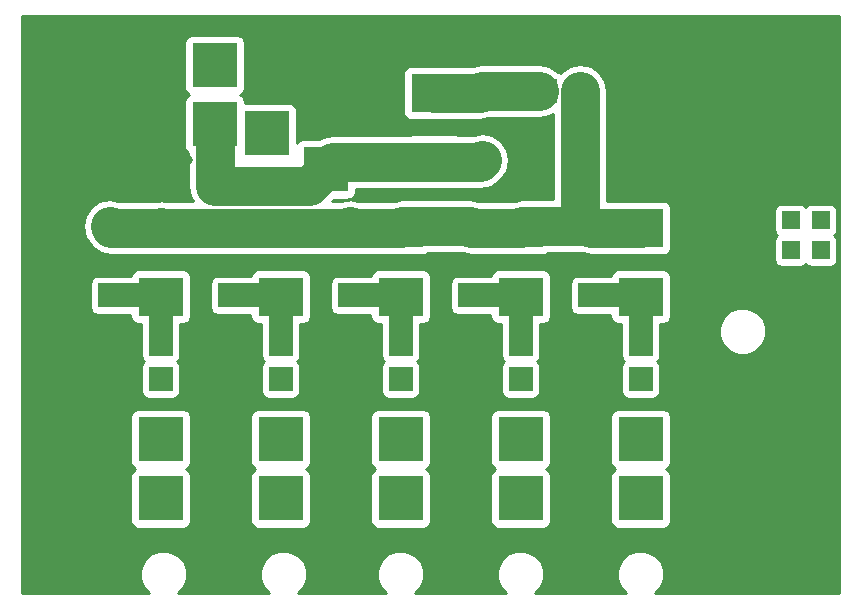
<source format=gbr>
G04 #@! TF.GenerationSoftware,KiCad,Pcbnew,(2017-02-05 revision 431abcf)-makepkg*
G04 #@! TF.CreationDate,2017-12-01T10:04:17+01:00*
G04 #@! TF.ProjectId,UNIPOWER08A,554E49504F5745523038412E6B696361,REV*
G04 #@! TF.FileFunction,Copper,L1,Top,Signal*
G04 #@! TF.FilePolarity,Positive*
%FSLAX46Y46*%
G04 Gerber Fmt 4.6, Leading zero omitted, Abs format (unit mm)*
G04 Created by KiCad (PCBNEW (2017-02-05 revision 431abcf)-makepkg) date 12/01/17 10:04:17*
%MOMM*%
%LPD*%
G01*
G04 APERTURE LIST*
%ADD10C,0.300000*%
%ADD11R,3.810000X3.330000*%
%ADD12C,6.000000*%
%ADD13R,3.810000X3.810000*%
%ADD14R,2.000000X2.000000*%
%ADD15R,1.524000X1.524000*%
%ADD16C,0.800000*%
%ADD17C,0.250000*%
%ADD18C,3.302000*%
%ADD19C,2.032000*%
%ADD20C,0.254000*%
G04 APERTURE END LIST*
D10*
D11*
X150114000Y-85714000D03*
X150114000Y-79894000D03*
X127000000Y-97144000D03*
X127000000Y-91324000D03*
X137160000Y-97144000D03*
X137160000Y-91324000D03*
X147320000Y-91324000D03*
X147320000Y-97144000D03*
X157480000Y-91324000D03*
X157480000Y-97144000D03*
D12*
X119380000Y-77470000D03*
X180340000Y-118110000D03*
X119380000Y-118110000D03*
X180340000Y-77470000D03*
D13*
X131572000Y-82550000D03*
X131572000Y-77550000D03*
X162560000Y-114220000D03*
X162560000Y-109220000D03*
X127000000Y-109220000D03*
X127000000Y-114220000D03*
X137160000Y-114220000D03*
X137160000Y-109220000D03*
X147320000Y-109220000D03*
X147320000Y-114220000D03*
X157480000Y-109220000D03*
X157480000Y-114220000D03*
X167640000Y-114220000D03*
X167640000Y-109220000D03*
X152400000Y-114220000D03*
X152400000Y-109220000D03*
X126492000Y-82550000D03*
X126492000Y-77550000D03*
X132080000Y-109220000D03*
X132080000Y-114220000D03*
X142240000Y-114220000D03*
X142240000Y-109220000D03*
X172720000Y-114220000D03*
X172720000Y-109220000D03*
X140970000Y-80160000D03*
X140970000Y-86360000D03*
X135970000Y-83260000D03*
D11*
X167640000Y-97144000D03*
X167640000Y-91324000D03*
D14*
X154178000Y-85598000D03*
X154178000Y-79756000D03*
X153162000Y-91186000D03*
X143002000Y-91186000D03*
X163322000Y-91186000D03*
X132842000Y-91186000D03*
X122682000Y-91186000D03*
X122682000Y-97028000D03*
X132842000Y-97028000D03*
X143002000Y-97028000D03*
X153162000Y-97028000D03*
X163322000Y-97028000D03*
X162536000Y-79756000D03*
X159536000Y-79756000D03*
X127000000Y-104116000D03*
X127000000Y-101116000D03*
X137160000Y-101116000D03*
X137160000Y-104116000D03*
X147320000Y-104116000D03*
X147320000Y-101116000D03*
X157480000Y-101116000D03*
X157480000Y-104116000D03*
X167640000Y-101116000D03*
X167640000Y-104116000D03*
D15*
X180340000Y-88138000D03*
X182880000Y-88138000D03*
X180340000Y-90678000D03*
X182880000Y-90678000D03*
X180340000Y-93218000D03*
X182880000Y-93218000D03*
X180340000Y-95758000D03*
X182880000Y-95758000D03*
D16*
X179070000Y-86360000D03*
X182880000Y-86360000D03*
X181610000Y-86360000D03*
X180340000Y-86360000D03*
X182880000Y-97536000D03*
X181610000Y-97536000D03*
X180340000Y-97536000D03*
X170942000Y-105156000D03*
X172212000Y-105156000D03*
X173482000Y-105156000D03*
X173482000Y-106172000D03*
X172212000Y-106172000D03*
X170942000Y-106172000D03*
X165100000Y-101854000D03*
X163830000Y-101854000D03*
X161544000Y-101854000D03*
X160274000Y-101854000D03*
X162560000Y-104140000D03*
X162560000Y-105410000D03*
X164338000Y-106426000D03*
X163068000Y-106426000D03*
X161798000Y-106172000D03*
X160528000Y-106172000D03*
X155194000Y-101854000D03*
X153924000Y-101854000D03*
X150876000Y-101854000D03*
X149606000Y-101854000D03*
X152400000Y-103886000D03*
X152400000Y-104902000D03*
X155194000Y-106426000D03*
X154178000Y-106426000D03*
X152654000Y-106172000D03*
X151507000Y-106172000D03*
X150368000Y-106172000D03*
X131318000Y-100838000D03*
X133096000Y-100838000D03*
X133350000Y-101854000D03*
X145034000Y-101854000D03*
X143764000Y-101854000D03*
X139700000Y-101854000D03*
X140970000Y-101854000D03*
X142240000Y-104140000D03*
X142240000Y-105156000D03*
X145034000Y-106426000D03*
X143764000Y-106426000D03*
X142494000Y-106172000D03*
X141347000Y-106172000D03*
X140208000Y-106172000D03*
X129286000Y-101854000D03*
X130556000Y-101854000D03*
X132080000Y-104140000D03*
X132080000Y-105156000D03*
X133858000Y-106426000D03*
X132588000Y-106426000D03*
X131441000Y-106426000D03*
X139446000Y-82804000D03*
X140970000Y-82804000D03*
X142748000Y-82804000D03*
X144272000Y-82296000D03*
X144272000Y-81026000D03*
X144272000Y-79756000D03*
X144272000Y-78486000D03*
X144272000Y-77216000D03*
X143002000Y-77216000D03*
X141732000Y-77216000D03*
X140462000Y-77216000D03*
X139192000Y-77216000D03*
X137922000Y-77216000D03*
X137922000Y-78740000D03*
X137922000Y-80010000D03*
X130048000Y-106426000D03*
X129032000Y-88392000D03*
X123444000Y-87122000D03*
X123444000Y-88392000D03*
X124968000Y-88392000D03*
X124968000Y-87122000D03*
X129286000Y-85598000D03*
X128016000Y-85344000D03*
X126492000Y-85344000D03*
X124968000Y-85344000D03*
X123444000Y-85852000D03*
X123444000Y-84582000D03*
X123444000Y-83312000D03*
X123444000Y-81280000D03*
X123444000Y-80010000D03*
X123444000Y-78740000D03*
D17*
X180340000Y-86360000D02*
X179070000Y-86360000D01*
X180340000Y-86360000D02*
X181610000Y-86360000D01*
X181610000Y-97536000D02*
X182880000Y-97536000D01*
X180340000Y-95758000D02*
X180340000Y-97536000D01*
X173482000Y-105156000D02*
X172212000Y-105156000D01*
X172212000Y-106172000D02*
X173482000Y-106172000D01*
X172720000Y-109220000D02*
X172720000Y-107065000D01*
X172720000Y-107065000D02*
X171827000Y-106172000D01*
X171827000Y-106172000D02*
X170942000Y-106172000D01*
X161544000Y-101854000D02*
X163830000Y-101854000D01*
X162560000Y-104140000D02*
X160274000Y-101854000D01*
X164338000Y-106426000D02*
X163576000Y-106426000D01*
X163576000Y-106426000D02*
X162560000Y-105410000D01*
X161798000Y-106172000D02*
X162814000Y-106172000D01*
X162814000Y-106172000D02*
X163068000Y-106426000D01*
X162560000Y-109220000D02*
X162560000Y-107065000D01*
X162560000Y-107065000D02*
X161667000Y-106172000D01*
X161667000Y-106172000D02*
X160528000Y-106172000D01*
X150876000Y-101854000D02*
X153924000Y-101854000D01*
X152400000Y-103886000D02*
X151638000Y-103886000D01*
X151638000Y-103886000D02*
X149606000Y-101854000D01*
X152654000Y-106172000D02*
X152654000Y-105156000D01*
X152654000Y-105156000D02*
X152400000Y-104902000D01*
X152654000Y-106172000D02*
X153924000Y-106172000D01*
X153924000Y-106172000D02*
X154178000Y-106426000D01*
X150368000Y-106172000D02*
X151507000Y-106172000D01*
X131883685Y-100838000D02*
X131318000Y-100838000D01*
X132334000Y-100838000D02*
X131883685Y-100838000D01*
X133350000Y-101854000D02*
X132334000Y-100838000D01*
X131318000Y-101403685D02*
X131318000Y-100838000D01*
X131318000Y-102108000D02*
X131318000Y-101403685D01*
X133096000Y-100838000D02*
X131318000Y-100838000D01*
X132080000Y-102870000D02*
X131318000Y-102108000D01*
X139700000Y-101854000D02*
X143764000Y-101854000D01*
X142240000Y-104140000D02*
X142240000Y-103124000D01*
X142240000Y-103124000D02*
X140970000Y-101854000D01*
X142494000Y-106172000D02*
X142494000Y-105410000D01*
X142494000Y-105410000D02*
X142240000Y-105156000D01*
X142494000Y-106172000D02*
X143510000Y-106172000D01*
X143510000Y-106172000D02*
X143764000Y-106426000D01*
X140208000Y-106172000D02*
X141347000Y-106172000D01*
X130556000Y-101854000D02*
X129286000Y-101854000D01*
X132080000Y-105156000D02*
X132080000Y-104140000D01*
X131441000Y-106426000D02*
X132588000Y-106426000D01*
X140970000Y-82804000D02*
X139446000Y-82804000D01*
X144272000Y-82296000D02*
X143256000Y-82296000D01*
X143256000Y-82296000D02*
X142748000Y-82804000D01*
X144272000Y-79756000D02*
X144272000Y-81026000D01*
X144272000Y-77216000D02*
X144272000Y-78486000D01*
X141732000Y-77216000D02*
X143002000Y-77216000D01*
X139192000Y-77216000D02*
X140462000Y-77216000D01*
X137922000Y-78740000D02*
X137922000Y-77216000D01*
X140970000Y-80160000D02*
X138072000Y-80160000D01*
X138072000Y-80160000D02*
X137922000Y-80010000D01*
X129286000Y-85598000D02*
X129286000Y-88138000D01*
X129286000Y-88138000D02*
X129032000Y-88392000D01*
X124968000Y-88392000D02*
X123444000Y-88392000D01*
X123444000Y-85852000D02*
X123698000Y-85852000D01*
X123698000Y-85852000D02*
X124968000Y-87122000D01*
X126492000Y-85344000D02*
X128016000Y-85344000D01*
X123444000Y-85852000D02*
X124460000Y-85852000D01*
X124460000Y-85852000D02*
X124968000Y-85344000D01*
X123444000Y-83312000D02*
X123444000Y-84582000D01*
X123444000Y-80010000D02*
X123444000Y-81280000D01*
X126492000Y-77550000D02*
X124337000Y-77550000D01*
X124337000Y-77550000D02*
X123444000Y-78443000D01*
X123444000Y-78443000D02*
X123444000Y-78740000D01*
D18*
X150114000Y-85714000D02*
X154062000Y-85714000D01*
X154062000Y-85714000D02*
X154178000Y-85598000D01*
X131572000Y-82550000D02*
X131572000Y-87757000D01*
X131572000Y-87757000D02*
X131622999Y-87807999D01*
X131622999Y-87807999D02*
X139522001Y-87807999D01*
X139522001Y-87807999D02*
X140970000Y-86360000D01*
X150114000Y-85714000D02*
X141616000Y-85714000D01*
X141616000Y-85714000D02*
X140970000Y-86360000D01*
D19*
X150230000Y-85598000D02*
X150114000Y-85714000D01*
D18*
X132842000Y-91310009D02*
X132828009Y-91324000D01*
X132828009Y-91324000D02*
X127000000Y-91324000D01*
X137160000Y-91324000D02*
X135520000Y-91324000D01*
X135520000Y-91324000D02*
X135506009Y-91310009D01*
X135506009Y-91310009D02*
X132842000Y-91310009D01*
X147320000Y-91324000D02*
X143140000Y-91324000D01*
X143140000Y-91324000D02*
X143002000Y-91186000D01*
X137160000Y-91324000D02*
X142864000Y-91324000D01*
X142864000Y-91324000D02*
X143002000Y-91186000D01*
X162536000Y-79756000D02*
X162536000Y-90400000D01*
X162536000Y-90400000D02*
X163322000Y-91186000D01*
X127000000Y-91324000D02*
X122820000Y-91324000D01*
X122820000Y-91324000D02*
X122682000Y-91186000D01*
X127000000Y-91324000D02*
X127064990Y-91259010D01*
X153162000Y-91186000D02*
X147458000Y-91186000D01*
X147458000Y-91186000D02*
X147320000Y-91324000D01*
X157480000Y-91324000D02*
X153300000Y-91324000D01*
X153300000Y-91324000D02*
X153162000Y-91186000D01*
X163322000Y-91186000D02*
X157618000Y-91186000D01*
X157618000Y-91186000D02*
X157480000Y-91324000D01*
X167640000Y-91324000D02*
X163460000Y-91324000D01*
X163460000Y-91324000D02*
X163322000Y-91186000D01*
D19*
X127138000Y-91186000D02*
X127000000Y-91324000D01*
X137022000Y-91186000D02*
X137160000Y-91324000D01*
X137298000Y-91186000D02*
X137160000Y-91324000D01*
D18*
X154178000Y-79756000D02*
X158480000Y-79756000D01*
X158480000Y-79756000D02*
X159033990Y-79756000D01*
X150114000Y-79894000D02*
X154040000Y-79894000D01*
X154040000Y-79894000D02*
X154178000Y-79756000D01*
D19*
X150252000Y-79756000D02*
X150114000Y-79894000D01*
X127000000Y-97144000D02*
X127000000Y-101116000D01*
X122682000Y-97028000D02*
X126884000Y-97028000D01*
X126884000Y-97028000D02*
X127000000Y-97144000D01*
X137160000Y-101116000D02*
X137160000Y-97144000D01*
X132842000Y-97028000D02*
X137044000Y-97028000D01*
X137044000Y-97028000D02*
X137160000Y-97144000D01*
X147320000Y-97144000D02*
X147320000Y-101116000D01*
X143002000Y-97028000D02*
X147204000Y-97028000D01*
X147204000Y-97028000D02*
X147320000Y-97144000D01*
X157480000Y-97144000D02*
X157480000Y-101116000D01*
X153162000Y-97028000D02*
X157364000Y-97028000D01*
X157364000Y-97028000D02*
X157480000Y-97144000D01*
X167640000Y-97144000D02*
X167640000Y-101116000D01*
X163322000Y-97028000D02*
X167524000Y-97028000D01*
X167524000Y-97028000D02*
X167640000Y-97144000D01*
D20*
G36*
X184456000Y-122226000D02*
X168870913Y-122226000D01*
X169321819Y-121775880D01*
X169624654Y-121046573D01*
X169625343Y-120256891D01*
X169323782Y-119527057D01*
X168765880Y-118968181D01*
X168036573Y-118665346D01*
X167246891Y-118664657D01*
X166517057Y-118966218D01*
X165958181Y-119524120D01*
X165655346Y-120253427D01*
X165654657Y-121043109D01*
X165956218Y-121772943D01*
X166408485Y-122226000D01*
X158710913Y-122226000D01*
X159161819Y-121775880D01*
X159464654Y-121046573D01*
X159465343Y-120256891D01*
X159163782Y-119527057D01*
X158605880Y-118968181D01*
X157876573Y-118665346D01*
X157086891Y-118664657D01*
X156357057Y-118966218D01*
X155798181Y-119524120D01*
X155495346Y-120253427D01*
X155494657Y-121043109D01*
X155796218Y-121772943D01*
X156248485Y-122226000D01*
X148550913Y-122226000D01*
X149001819Y-121775880D01*
X149304654Y-121046573D01*
X149305343Y-120256891D01*
X149003782Y-119527057D01*
X148445880Y-118968181D01*
X147716573Y-118665346D01*
X146926891Y-118664657D01*
X146197057Y-118966218D01*
X145638181Y-119524120D01*
X145335346Y-120253427D01*
X145334657Y-121043109D01*
X145636218Y-121772943D01*
X146088485Y-122226000D01*
X138644913Y-122226000D01*
X139095819Y-121775880D01*
X139398654Y-121046573D01*
X139399343Y-120256891D01*
X139097782Y-119527057D01*
X138539880Y-118968181D01*
X137810573Y-118665346D01*
X137020891Y-118664657D01*
X136291057Y-118966218D01*
X135732181Y-119524120D01*
X135429346Y-120253427D01*
X135428657Y-121043109D01*
X135730218Y-121772943D01*
X136182485Y-122226000D01*
X128484913Y-122226000D01*
X128935819Y-121775880D01*
X129238654Y-121046573D01*
X129239343Y-120256891D01*
X128937782Y-119527057D01*
X128379880Y-118968181D01*
X127650573Y-118665346D01*
X126860891Y-118664657D01*
X126131057Y-118966218D01*
X125572181Y-119524120D01*
X125269346Y-120253427D01*
X125268657Y-121043109D01*
X125570218Y-121772943D01*
X126022485Y-122226000D01*
X115264000Y-122226000D01*
X115264000Y-107315000D01*
X124447560Y-107315000D01*
X124447560Y-111125000D01*
X124496843Y-111372765D01*
X124637191Y-111582809D01*
X124842510Y-111720000D01*
X124637191Y-111857191D01*
X124496843Y-112067235D01*
X124447560Y-112315000D01*
X124447560Y-116125000D01*
X124496843Y-116372765D01*
X124637191Y-116582809D01*
X124847235Y-116723157D01*
X125095000Y-116772440D01*
X128905000Y-116772440D01*
X129152765Y-116723157D01*
X129362809Y-116582809D01*
X129503157Y-116372765D01*
X129552440Y-116125000D01*
X129552440Y-112315000D01*
X129503157Y-112067235D01*
X129362809Y-111857191D01*
X129157490Y-111720000D01*
X129362809Y-111582809D01*
X129503157Y-111372765D01*
X129552440Y-111125000D01*
X129552440Y-107315000D01*
X134607560Y-107315000D01*
X134607560Y-111125000D01*
X134656843Y-111372765D01*
X134797191Y-111582809D01*
X135002510Y-111720000D01*
X134797191Y-111857191D01*
X134656843Y-112067235D01*
X134607560Y-112315000D01*
X134607560Y-116125000D01*
X134656843Y-116372765D01*
X134797191Y-116582809D01*
X135007235Y-116723157D01*
X135255000Y-116772440D01*
X139065000Y-116772440D01*
X139312765Y-116723157D01*
X139522809Y-116582809D01*
X139663157Y-116372765D01*
X139712440Y-116125000D01*
X139712440Y-112315000D01*
X139663157Y-112067235D01*
X139522809Y-111857191D01*
X139317490Y-111720000D01*
X139522809Y-111582809D01*
X139663157Y-111372765D01*
X139712440Y-111125000D01*
X139712440Y-107315000D01*
X144767560Y-107315000D01*
X144767560Y-111125000D01*
X144816843Y-111372765D01*
X144957191Y-111582809D01*
X145162510Y-111720000D01*
X144957191Y-111857191D01*
X144816843Y-112067235D01*
X144767560Y-112315000D01*
X144767560Y-116125000D01*
X144816843Y-116372765D01*
X144957191Y-116582809D01*
X145167235Y-116723157D01*
X145415000Y-116772440D01*
X149225000Y-116772440D01*
X149472765Y-116723157D01*
X149682809Y-116582809D01*
X149823157Y-116372765D01*
X149872440Y-116125000D01*
X149872440Y-112315000D01*
X149823157Y-112067235D01*
X149682809Y-111857191D01*
X149477490Y-111720000D01*
X149682809Y-111582809D01*
X149823157Y-111372765D01*
X149872440Y-111125000D01*
X149872440Y-107315000D01*
X154927560Y-107315000D01*
X154927560Y-111125000D01*
X154976843Y-111372765D01*
X155117191Y-111582809D01*
X155322510Y-111720000D01*
X155117191Y-111857191D01*
X154976843Y-112067235D01*
X154927560Y-112315000D01*
X154927560Y-116125000D01*
X154976843Y-116372765D01*
X155117191Y-116582809D01*
X155327235Y-116723157D01*
X155575000Y-116772440D01*
X159385000Y-116772440D01*
X159632765Y-116723157D01*
X159842809Y-116582809D01*
X159983157Y-116372765D01*
X160032440Y-116125000D01*
X160032440Y-112315000D01*
X159983157Y-112067235D01*
X159842809Y-111857191D01*
X159637490Y-111720000D01*
X159842809Y-111582809D01*
X159983157Y-111372765D01*
X160032440Y-111125000D01*
X160032440Y-107315000D01*
X165087560Y-107315000D01*
X165087560Y-111125000D01*
X165136843Y-111372765D01*
X165277191Y-111582809D01*
X165482510Y-111720000D01*
X165277191Y-111857191D01*
X165136843Y-112067235D01*
X165087560Y-112315000D01*
X165087560Y-116125000D01*
X165136843Y-116372765D01*
X165277191Y-116582809D01*
X165487235Y-116723157D01*
X165735000Y-116772440D01*
X169545000Y-116772440D01*
X169792765Y-116723157D01*
X170002809Y-116582809D01*
X170143157Y-116372765D01*
X170192440Y-116125000D01*
X170192440Y-112315000D01*
X170143157Y-112067235D01*
X170002809Y-111857191D01*
X169797490Y-111720000D01*
X170002809Y-111582809D01*
X170143157Y-111372765D01*
X170192440Y-111125000D01*
X170192440Y-107315000D01*
X170143157Y-107067235D01*
X170002809Y-106857191D01*
X169792765Y-106716843D01*
X169545000Y-106667560D01*
X165735000Y-106667560D01*
X165487235Y-106716843D01*
X165277191Y-106857191D01*
X165136843Y-107067235D01*
X165087560Y-107315000D01*
X160032440Y-107315000D01*
X159983157Y-107067235D01*
X159842809Y-106857191D01*
X159632765Y-106716843D01*
X159385000Y-106667560D01*
X155575000Y-106667560D01*
X155327235Y-106716843D01*
X155117191Y-106857191D01*
X154976843Y-107067235D01*
X154927560Y-107315000D01*
X149872440Y-107315000D01*
X149823157Y-107067235D01*
X149682809Y-106857191D01*
X149472765Y-106716843D01*
X149225000Y-106667560D01*
X145415000Y-106667560D01*
X145167235Y-106716843D01*
X144957191Y-106857191D01*
X144816843Y-107067235D01*
X144767560Y-107315000D01*
X139712440Y-107315000D01*
X139663157Y-107067235D01*
X139522809Y-106857191D01*
X139312765Y-106716843D01*
X139065000Y-106667560D01*
X135255000Y-106667560D01*
X135007235Y-106716843D01*
X134797191Y-106857191D01*
X134656843Y-107067235D01*
X134607560Y-107315000D01*
X129552440Y-107315000D01*
X129503157Y-107067235D01*
X129362809Y-106857191D01*
X129152765Y-106716843D01*
X128905000Y-106667560D01*
X125095000Y-106667560D01*
X124847235Y-106716843D01*
X124637191Y-106857191D01*
X124496843Y-107067235D01*
X124447560Y-107315000D01*
X115264000Y-107315000D01*
X115264000Y-97028000D01*
X121031000Y-97028000D01*
X121034560Y-97045897D01*
X121034560Y-98028000D01*
X121083843Y-98275765D01*
X121224191Y-98485809D01*
X121434235Y-98626157D01*
X121682000Y-98675440D01*
X122664103Y-98675440D01*
X122682000Y-98679000D01*
X124447560Y-98679000D01*
X124447560Y-98809000D01*
X124496843Y-99056765D01*
X124637191Y-99266809D01*
X124847235Y-99407157D01*
X125095000Y-99456440D01*
X125349000Y-99456440D01*
X125349000Y-101116000D01*
X125352560Y-101133897D01*
X125352560Y-102116000D01*
X125401843Y-102363765D01*
X125542191Y-102573809D01*
X125605334Y-102616000D01*
X125542191Y-102658191D01*
X125401843Y-102868235D01*
X125352560Y-103116000D01*
X125352560Y-105116000D01*
X125401843Y-105363765D01*
X125542191Y-105573809D01*
X125752235Y-105714157D01*
X126000000Y-105763440D01*
X128000000Y-105763440D01*
X128247765Y-105714157D01*
X128457809Y-105573809D01*
X128598157Y-105363765D01*
X128647440Y-105116000D01*
X128647440Y-103116000D01*
X128598157Y-102868235D01*
X128457809Y-102658191D01*
X128394666Y-102616000D01*
X128457809Y-102573809D01*
X128598157Y-102363765D01*
X128647440Y-102116000D01*
X128647440Y-101133897D01*
X128651000Y-101116000D01*
X128651000Y-99456440D01*
X128905000Y-99456440D01*
X129152765Y-99407157D01*
X129362809Y-99266809D01*
X129503157Y-99056765D01*
X129552440Y-98809000D01*
X129552440Y-97028000D01*
X131191000Y-97028000D01*
X131194560Y-97045897D01*
X131194560Y-98028000D01*
X131243843Y-98275765D01*
X131384191Y-98485809D01*
X131594235Y-98626157D01*
X131842000Y-98675440D01*
X132824103Y-98675440D01*
X132842000Y-98679000D01*
X134607560Y-98679000D01*
X134607560Y-98809000D01*
X134656843Y-99056765D01*
X134797191Y-99266809D01*
X135007235Y-99407157D01*
X135255000Y-99456440D01*
X135509000Y-99456440D01*
X135509000Y-101116000D01*
X135512560Y-101133897D01*
X135512560Y-102116000D01*
X135561843Y-102363765D01*
X135702191Y-102573809D01*
X135765334Y-102616000D01*
X135702191Y-102658191D01*
X135561843Y-102868235D01*
X135512560Y-103116000D01*
X135512560Y-105116000D01*
X135561843Y-105363765D01*
X135702191Y-105573809D01*
X135912235Y-105714157D01*
X136160000Y-105763440D01*
X138160000Y-105763440D01*
X138407765Y-105714157D01*
X138617809Y-105573809D01*
X138758157Y-105363765D01*
X138807440Y-105116000D01*
X138807440Y-103116000D01*
X138758157Y-102868235D01*
X138617809Y-102658191D01*
X138554666Y-102616000D01*
X138617809Y-102573809D01*
X138758157Y-102363765D01*
X138807440Y-102116000D01*
X138807440Y-101133897D01*
X138811000Y-101116000D01*
X138811000Y-99456440D01*
X139065000Y-99456440D01*
X139312765Y-99407157D01*
X139522809Y-99266809D01*
X139663157Y-99056765D01*
X139712440Y-98809000D01*
X139712440Y-97028000D01*
X141351000Y-97028000D01*
X141354560Y-97045897D01*
X141354560Y-98028000D01*
X141403843Y-98275765D01*
X141544191Y-98485809D01*
X141754235Y-98626157D01*
X142002000Y-98675440D01*
X142984103Y-98675440D01*
X143002000Y-98679000D01*
X144767560Y-98679000D01*
X144767560Y-98809000D01*
X144816843Y-99056765D01*
X144957191Y-99266809D01*
X145167235Y-99407157D01*
X145415000Y-99456440D01*
X145669000Y-99456440D01*
X145669000Y-101116000D01*
X145672560Y-101133897D01*
X145672560Y-102116000D01*
X145721843Y-102363765D01*
X145862191Y-102573809D01*
X145925334Y-102616000D01*
X145862191Y-102658191D01*
X145721843Y-102868235D01*
X145672560Y-103116000D01*
X145672560Y-105116000D01*
X145721843Y-105363765D01*
X145862191Y-105573809D01*
X146072235Y-105714157D01*
X146320000Y-105763440D01*
X148320000Y-105763440D01*
X148567765Y-105714157D01*
X148777809Y-105573809D01*
X148918157Y-105363765D01*
X148967440Y-105116000D01*
X148967440Y-103116000D01*
X148918157Y-102868235D01*
X148777809Y-102658191D01*
X148714666Y-102616000D01*
X148777809Y-102573809D01*
X148918157Y-102363765D01*
X148967440Y-102116000D01*
X148967440Y-101133897D01*
X148971000Y-101116000D01*
X148971000Y-99456440D01*
X149225000Y-99456440D01*
X149472765Y-99407157D01*
X149682809Y-99266809D01*
X149823157Y-99056765D01*
X149872440Y-98809000D01*
X149872440Y-97028000D01*
X151511000Y-97028000D01*
X151514560Y-97045897D01*
X151514560Y-98028000D01*
X151563843Y-98275765D01*
X151704191Y-98485809D01*
X151914235Y-98626157D01*
X152162000Y-98675440D01*
X153144103Y-98675440D01*
X153162000Y-98679000D01*
X154927560Y-98679000D01*
X154927560Y-98809000D01*
X154976843Y-99056765D01*
X155117191Y-99266809D01*
X155327235Y-99407157D01*
X155575000Y-99456440D01*
X155829000Y-99456440D01*
X155829000Y-101116000D01*
X155832560Y-101133897D01*
X155832560Y-102116000D01*
X155881843Y-102363765D01*
X156022191Y-102573809D01*
X156085334Y-102616000D01*
X156022191Y-102658191D01*
X155881843Y-102868235D01*
X155832560Y-103116000D01*
X155832560Y-105116000D01*
X155881843Y-105363765D01*
X156022191Y-105573809D01*
X156232235Y-105714157D01*
X156480000Y-105763440D01*
X158480000Y-105763440D01*
X158727765Y-105714157D01*
X158937809Y-105573809D01*
X159078157Y-105363765D01*
X159127440Y-105116000D01*
X159127440Y-103116000D01*
X159078157Y-102868235D01*
X158937809Y-102658191D01*
X158874666Y-102616000D01*
X158937809Y-102573809D01*
X159078157Y-102363765D01*
X159127440Y-102116000D01*
X159127440Y-101133897D01*
X159131000Y-101116000D01*
X159131000Y-99456440D01*
X159385000Y-99456440D01*
X159632765Y-99407157D01*
X159842809Y-99266809D01*
X159983157Y-99056765D01*
X160032440Y-98809000D01*
X160032440Y-97028000D01*
X161671000Y-97028000D01*
X161674560Y-97045897D01*
X161674560Y-98028000D01*
X161723843Y-98275765D01*
X161864191Y-98485809D01*
X162074235Y-98626157D01*
X162322000Y-98675440D01*
X163304103Y-98675440D01*
X163322000Y-98679000D01*
X165087560Y-98679000D01*
X165087560Y-98809000D01*
X165136843Y-99056765D01*
X165277191Y-99266809D01*
X165487235Y-99407157D01*
X165735000Y-99456440D01*
X165989000Y-99456440D01*
X165989000Y-101116000D01*
X165992560Y-101133897D01*
X165992560Y-102116000D01*
X166041843Y-102363765D01*
X166182191Y-102573809D01*
X166245334Y-102616000D01*
X166182191Y-102658191D01*
X166041843Y-102868235D01*
X165992560Y-103116000D01*
X165992560Y-105116000D01*
X166041843Y-105363765D01*
X166182191Y-105573809D01*
X166392235Y-105714157D01*
X166640000Y-105763440D01*
X168640000Y-105763440D01*
X168887765Y-105714157D01*
X169097809Y-105573809D01*
X169238157Y-105363765D01*
X169287440Y-105116000D01*
X169287440Y-103116000D01*
X169238157Y-102868235D01*
X169097809Y-102658191D01*
X169034666Y-102616000D01*
X169097809Y-102573809D01*
X169238157Y-102363765D01*
X169287440Y-102116000D01*
X169287440Y-101133897D01*
X169291000Y-101116000D01*
X169291000Y-100469109D01*
X174290657Y-100469109D01*
X174592218Y-101198943D01*
X175150120Y-101757819D01*
X175879427Y-102060654D01*
X176669109Y-102061343D01*
X177398943Y-101759782D01*
X177957819Y-101201880D01*
X178260654Y-100472573D01*
X178261343Y-99682891D01*
X177959782Y-98953057D01*
X177401880Y-98394181D01*
X176672573Y-98091346D01*
X175882891Y-98090657D01*
X175153057Y-98392218D01*
X174594181Y-98950120D01*
X174291346Y-99679427D01*
X174290657Y-100469109D01*
X169291000Y-100469109D01*
X169291000Y-99456440D01*
X169545000Y-99456440D01*
X169792765Y-99407157D01*
X170002809Y-99266809D01*
X170143157Y-99056765D01*
X170192440Y-98809000D01*
X170192440Y-95479000D01*
X170143157Y-95231235D01*
X170002809Y-95021191D01*
X169792765Y-94880843D01*
X169545000Y-94831560D01*
X165735000Y-94831560D01*
X165487235Y-94880843D01*
X165277191Y-95021191D01*
X165136843Y-95231235D01*
X165107849Y-95377000D01*
X163322000Y-95377000D01*
X163304103Y-95380560D01*
X162322000Y-95380560D01*
X162074235Y-95429843D01*
X161864191Y-95570191D01*
X161723843Y-95780235D01*
X161674560Y-96028000D01*
X161674560Y-97010103D01*
X161671000Y-97028000D01*
X160032440Y-97028000D01*
X160032440Y-95479000D01*
X159983157Y-95231235D01*
X159842809Y-95021191D01*
X159632765Y-94880843D01*
X159385000Y-94831560D01*
X155575000Y-94831560D01*
X155327235Y-94880843D01*
X155117191Y-95021191D01*
X154976843Y-95231235D01*
X154947849Y-95377000D01*
X153162000Y-95377000D01*
X153144103Y-95380560D01*
X152162000Y-95380560D01*
X151914235Y-95429843D01*
X151704191Y-95570191D01*
X151563843Y-95780235D01*
X151514560Y-96028000D01*
X151514560Y-97010103D01*
X151511000Y-97028000D01*
X149872440Y-97028000D01*
X149872440Y-95479000D01*
X149823157Y-95231235D01*
X149682809Y-95021191D01*
X149472765Y-94880843D01*
X149225000Y-94831560D01*
X145415000Y-94831560D01*
X145167235Y-94880843D01*
X144957191Y-95021191D01*
X144816843Y-95231235D01*
X144787849Y-95377000D01*
X143002000Y-95377000D01*
X142984103Y-95380560D01*
X142002000Y-95380560D01*
X141754235Y-95429843D01*
X141544191Y-95570191D01*
X141403843Y-95780235D01*
X141354560Y-96028000D01*
X141354560Y-97010103D01*
X141351000Y-97028000D01*
X139712440Y-97028000D01*
X139712440Y-95479000D01*
X139663157Y-95231235D01*
X139522809Y-95021191D01*
X139312765Y-94880843D01*
X139065000Y-94831560D01*
X135255000Y-94831560D01*
X135007235Y-94880843D01*
X134797191Y-95021191D01*
X134656843Y-95231235D01*
X134627849Y-95377000D01*
X132842000Y-95377000D01*
X132824103Y-95380560D01*
X131842000Y-95380560D01*
X131594235Y-95429843D01*
X131384191Y-95570191D01*
X131243843Y-95780235D01*
X131194560Y-96028000D01*
X131194560Y-97010103D01*
X131191000Y-97028000D01*
X129552440Y-97028000D01*
X129552440Y-95479000D01*
X129503157Y-95231235D01*
X129362809Y-95021191D01*
X129152765Y-94880843D01*
X128905000Y-94831560D01*
X125095000Y-94831560D01*
X124847235Y-94880843D01*
X124637191Y-95021191D01*
X124496843Y-95231235D01*
X124467849Y-95377000D01*
X122682000Y-95377000D01*
X122664103Y-95380560D01*
X121682000Y-95380560D01*
X121434235Y-95429843D01*
X121224191Y-95570191D01*
X121083843Y-95780235D01*
X121034560Y-96028000D01*
X121034560Y-97010103D01*
X121031000Y-97028000D01*
X115264000Y-97028000D01*
X115264000Y-91186000D01*
X120396000Y-91186000D01*
X120570011Y-92060815D01*
X121065554Y-92802446D01*
X121203554Y-92940446D01*
X121945186Y-93435989D01*
X122820000Y-93610000D01*
X124962076Y-93610000D01*
X125095000Y-93636440D01*
X128905000Y-93636440D01*
X129037924Y-93610000D01*
X132828009Y-93610000D01*
X132898347Y-93596009D01*
X135051737Y-93596009D01*
X135255000Y-93636440D01*
X139065000Y-93636440D01*
X139197924Y-93610000D01*
X142864000Y-93610000D01*
X143002000Y-93582550D01*
X143140000Y-93610000D01*
X145282076Y-93610000D01*
X145415000Y-93636440D01*
X149225000Y-93636440D01*
X149472765Y-93587157D01*
X149645108Y-93472000D01*
X152606226Y-93472000D01*
X153300000Y-93610000D01*
X155442076Y-93610000D01*
X155575000Y-93636440D01*
X159385000Y-93636440D01*
X159632765Y-93587157D01*
X159805108Y-93472000D01*
X162766226Y-93472000D01*
X163460000Y-93610000D01*
X165602076Y-93610000D01*
X165735000Y-93636440D01*
X169545000Y-93636440D01*
X169792765Y-93587157D01*
X170002809Y-93446809D01*
X170143157Y-93236765D01*
X170192440Y-92989000D01*
X170192440Y-89916000D01*
X178930560Y-89916000D01*
X178930560Y-91440000D01*
X178979843Y-91687765D01*
X179120191Y-91897809D01*
X179195307Y-91948000D01*
X179120191Y-91998191D01*
X178979843Y-92208235D01*
X178930560Y-92456000D01*
X178930560Y-93980000D01*
X178979843Y-94227765D01*
X179120191Y-94437809D01*
X179330235Y-94578157D01*
X179578000Y-94627440D01*
X181102000Y-94627440D01*
X181349765Y-94578157D01*
X181559809Y-94437809D01*
X181610000Y-94362693D01*
X181660191Y-94437809D01*
X181870235Y-94578157D01*
X182118000Y-94627440D01*
X183642000Y-94627440D01*
X183889765Y-94578157D01*
X184099809Y-94437809D01*
X184240157Y-94227765D01*
X184289440Y-93980000D01*
X184289440Y-92456000D01*
X184240157Y-92208235D01*
X184099809Y-91998191D01*
X184024693Y-91948000D01*
X184099809Y-91897809D01*
X184240157Y-91687765D01*
X184289440Y-91440000D01*
X184289440Y-89916000D01*
X184240157Y-89668235D01*
X184099809Y-89458191D01*
X183889765Y-89317843D01*
X183642000Y-89268560D01*
X182118000Y-89268560D01*
X181870235Y-89317843D01*
X181660191Y-89458191D01*
X181610000Y-89533307D01*
X181559809Y-89458191D01*
X181349765Y-89317843D01*
X181102000Y-89268560D01*
X179578000Y-89268560D01*
X179330235Y-89317843D01*
X179120191Y-89458191D01*
X178979843Y-89668235D01*
X178930560Y-89916000D01*
X170192440Y-89916000D01*
X170192440Y-89659000D01*
X170143157Y-89411235D01*
X170002809Y-89201191D01*
X169792765Y-89060843D01*
X169545000Y-89011560D01*
X165735000Y-89011560D01*
X165602076Y-89038000D01*
X164822000Y-89038000D01*
X164822000Y-79756000D01*
X164647989Y-78881186D01*
X164152446Y-78139554D01*
X163410814Y-77644011D01*
X162536000Y-77470000D01*
X161661186Y-77644011D01*
X160919554Y-78139554D01*
X160869193Y-78214925D01*
X160783765Y-78157843D01*
X160632895Y-78127833D01*
X159908804Y-77644011D01*
X159033990Y-77470000D01*
X154178000Y-77470000D01*
X153484226Y-77608000D01*
X152151924Y-77608000D01*
X152019000Y-77581560D01*
X148209000Y-77581560D01*
X147961235Y-77630843D01*
X147751191Y-77771191D01*
X147610843Y-77981235D01*
X147561560Y-78229000D01*
X147561560Y-81559000D01*
X147610843Y-81806765D01*
X147751191Y-82016809D01*
X147961235Y-82157157D01*
X148209000Y-82206440D01*
X152019000Y-82206440D01*
X152151924Y-82180000D01*
X154040000Y-82180000D01*
X154733775Y-82042000D01*
X159033990Y-82042000D01*
X159908804Y-81867989D01*
X160250000Y-81640009D01*
X160250000Y-88900000D01*
X157618000Y-88900000D01*
X157057149Y-89011560D01*
X155575000Y-89011560D01*
X155442076Y-89038000D01*
X153855775Y-89038000D01*
X153162000Y-88900000D01*
X147458000Y-88900000D01*
X146897149Y-89011560D01*
X145415000Y-89011560D01*
X145282076Y-89038000D01*
X143695775Y-89038000D01*
X143002000Y-88900000D01*
X142308225Y-89038000D01*
X141524892Y-89038000D01*
X141650452Y-88912440D01*
X142875000Y-88912440D01*
X143122765Y-88863157D01*
X143332809Y-88722809D01*
X143473157Y-88512765D01*
X143522440Y-88265000D01*
X143522440Y-88000000D01*
X148076076Y-88000000D01*
X148209000Y-88026440D01*
X152019000Y-88026440D01*
X152151924Y-88000000D01*
X154062000Y-88000000D01*
X154936815Y-87825989D01*
X155678446Y-87330446D01*
X155794446Y-87214446D01*
X156289989Y-86472815D01*
X156464000Y-85598000D01*
X156289989Y-84723185D01*
X155794446Y-83981554D01*
X155052815Y-83486011D01*
X154178000Y-83312000D01*
X153594827Y-83428000D01*
X152151924Y-83428000D01*
X152019000Y-83401560D01*
X148209000Y-83401560D01*
X148076076Y-83428000D01*
X141616000Y-83428000D01*
X140741185Y-83602011D01*
X140433560Y-83807560D01*
X139065000Y-83807560D01*
X138817235Y-83856843D01*
X138607191Y-83997191D01*
X138522440Y-84124029D01*
X138522440Y-81355000D01*
X138473157Y-81107235D01*
X138332809Y-80897191D01*
X138122765Y-80756843D01*
X137875000Y-80707560D01*
X134124440Y-80707560D01*
X134124440Y-80645000D01*
X134075157Y-80397235D01*
X133934809Y-80187191D01*
X133729490Y-80050000D01*
X133934809Y-79912809D01*
X134075157Y-79702765D01*
X134124440Y-79455000D01*
X134124440Y-75645000D01*
X134075157Y-75397235D01*
X133934809Y-75187191D01*
X133724765Y-75046843D01*
X133477000Y-74997560D01*
X129667000Y-74997560D01*
X129419235Y-75046843D01*
X129209191Y-75187191D01*
X129068843Y-75397235D01*
X129019560Y-75645000D01*
X129019560Y-79455000D01*
X129068843Y-79702765D01*
X129209191Y-79912809D01*
X129414510Y-80050000D01*
X129209191Y-80187191D01*
X129068843Y-80397235D01*
X129019560Y-80645000D01*
X129019560Y-84455000D01*
X129068843Y-84702765D01*
X129209191Y-84912809D01*
X129286000Y-84964132D01*
X129286000Y-87757000D01*
X129460011Y-88631815D01*
X129731416Y-89038000D01*
X129037924Y-89038000D01*
X128905000Y-89011560D01*
X127258795Y-89011560D01*
X127064990Y-88973010D01*
X126871185Y-89011560D01*
X125095000Y-89011560D01*
X124962076Y-89038000D01*
X123375775Y-89038000D01*
X122682000Y-88900000D01*
X121807185Y-89074011D01*
X121065554Y-89569554D01*
X120570011Y-90311185D01*
X120396000Y-91186000D01*
X115264000Y-91186000D01*
X115264000Y-73354000D01*
X184456000Y-73354000D01*
X184456000Y-122226000D01*
X184456000Y-122226000D01*
G37*
X184456000Y-122226000D02*
X168870913Y-122226000D01*
X169321819Y-121775880D01*
X169624654Y-121046573D01*
X169625343Y-120256891D01*
X169323782Y-119527057D01*
X168765880Y-118968181D01*
X168036573Y-118665346D01*
X167246891Y-118664657D01*
X166517057Y-118966218D01*
X165958181Y-119524120D01*
X165655346Y-120253427D01*
X165654657Y-121043109D01*
X165956218Y-121772943D01*
X166408485Y-122226000D01*
X158710913Y-122226000D01*
X159161819Y-121775880D01*
X159464654Y-121046573D01*
X159465343Y-120256891D01*
X159163782Y-119527057D01*
X158605880Y-118968181D01*
X157876573Y-118665346D01*
X157086891Y-118664657D01*
X156357057Y-118966218D01*
X155798181Y-119524120D01*
X155495346Y-120253427D01*
X155494657Y-121043109D01*
X155796218Y-121772943D01*
X156248485Y-122226000D01*
X148550913Y-122226000D01*
X149001819Y-121775880D01*
X149304654Y-121046573D01*
X149305343Y-120256891D01*
X149003782Y-119527057D01*
X148445880Y-118968181D01*
X147716573Y-118665346D01*
X146926891Y-118664657D01*
X146197057Y-118966218D01*
X145638181Y-119524120D01*
X145335346Y-120253427D01*
X145334657Y-121043109D01*
X145636218Y-121772943D01*
X146088485Y-122226000D01*
X138644913Y-122226000D01*
X139095819Y-121775880D01*
X139398654Y-121046573D01*
X139399343Y-120256891D01*
X139097782Y-119527057D01*
X138539880Y-118968181D01*
X137810573Y-118665346D01*
X137020891Y-118664657D01*
X136291057Y-118966218D01*
X135732181Y-119524120D01*
X135429346Y-120253427D01*
X135428657Y-121043109D01*
X135730218Y-121772943D01*
X136182485Y-122226000D01*
X128484913Y-122226000D01*
X128935819Y-121775880D01*
X129238654Y-121046573D01*
X129239343Y-120256891D01*
X128937782Y-119527057D01*
X128379880Y-118968181D01*
X127650573Y-118665346D01*
X126860891Y-118664657D01*
X126131057Y-118966218D01*
X125572181Y-119524120D01*
X125269346Y-120253427D01*
X125268657Y-121043109D01*
X125570218Y-121772943D01*
X126022485Y-122226000D01*
X115264000Y-122226000D01*
X115264000Y-107315000D01*
X124447560Y-107315000D01*
X124447560Y-111125000D01*
X124496843Y-111372765D01*
X124637191Y-111582809D01*
X124842510Y-111720000D01*
X124637191Y-111857191D01*
X124496843Y-112067235D01*
X124447560Y-112315000D01*
X124447560Y-116125000D01*
X124496843Y-116372765D01*
X124637191Y-116582809D01*
X124847235Y-116723157D01*
X125095000Y-116772440D01*
X128905000Y-116772440D01*
X129152765Y-116723157D01*
X129362809Y-116582809D01*
X129503157Y-116372765D01*
X129552440Y-116125000D01*
X129552440Y-112315000D01*
X129503157Y-112067235D01*
X129362809Y-111857191D01*
X129157490Y-111720000D01*
X129362809Y-111582809D01*
X129503157Y-111372765D01*
X129552440Y-111125000D01*
X129552440Y-107315000D01*
X134607560Y-107315000D01*
X134607560Y-111125000D01*
X134656843Y-111372765D01*
X134797191Y-111582809D01*
X135002510Y-111720000D01*
X134797191Y-111857191D01*
X134656843Y-112067235D01*
X134607560Y-112315000D01*
X134607560Y-116125000D01*
X134656843Y-116372765D01*
X134797191Y-116582809D01*
X135007235Y-116723157D01*
X135255000Y-116772440D01*
X139065000Y-116772440D01*
X139312765Y-116723157D01*
X139522809Y-116582809D01*
X139663157Y-116372765D01*
X139712440Y-116125000D01*
X139712440Y-112315000D01*
X139663157Y-112067235D01*
X139522809Y-111857191D01*
X139317490Y-111720000D01*
X139522809Y-111582809D01*
X139663157Y-111372765D01*
X139712440Y-111125000D01*
X139712440Y-107315000D01*
X144767560Y-107315000D01*
X144767560Y-111125000D01*
X144816843Y-111372765D01*
X144957191Y-111582809D01*
X145162510Y-111720000D01*
X144957191Y-111857191D01*
X144816843Y-112067235D01*
X144767560Y-112315000D01*
X144767560Y-116125000D01*
X144816843Y-116372765D01*
X144957191Y-116582809D01*
X145167235Y-116723157D01*
X145415000Y-116772440D01*
X149225000Y-116772440D01*
X149472765Y-116723157D01*
X149682809Y-116582809D01*
X149823157Y-116372765D01*
X149872440Y-116125000D01*
X149872440Y-112315000D01*
X149823157Y-112067235D01*
X149682809Y-111857191D01*
X149477490Y-111720000D01*
X149682809Y-111582809D01*
X149823157Y-111372765D01*
X149872440Y-111125000D01*
X149872440Y-107315000D01*
X154927560Y-107315000D01*
X154927560Y-111125000D01*
X154976843Y-111372765D01*
X155117191Y-111582809D01*
X155322510Y-111720000D01*
X155117191Y-111857191D01*
X154976843Y-112067235D01*
X154927560Y-112315000D01*
X154927560Y-116125000D01*
X154976843Y-116372765D01*
X155117191Y-116582809D01*
X155327235Y-116723157D01*
X155575000Y-116772440D01*
X159385000Y-116772440D01*
X159632765Y-116723157D01*
X159842809Y-116582809D01*
X159983157Y-116372765D01*
X160032440Y-116125000D01*
X160032440Y-112315000D01*
X159983157Y-112067235D01*
X159842809Y-111857191D01*
X159637490Y-111720000D01*
X159842809Y-111582809D01*
X159983157Y-111372765D01*
X160032440Y-111125000D01*
X160032440Y-107315000D01*
X165087560Y-107315000D01*
X165087560Y-111125000D01*
X165136843Y-111372765D01*
X165277191Y-111582809D01*
X165482510Y-111720000D01*
X165277191Y-111857191D01*
X165136843Y-112067235D01*
X165087560Y-112315000D01*
X165087560Y-116125000D01*
X165136843Y-116372765D01*
X165277191Y-116582809D01*
X165487235Y-116723157D01*
X165735000Y-116772440D01*
X169545000Y-116772440D01*
X169792765Y-116723157D01*
X170002809Y-116582809D01*
X170143157Y-116372765D01*
X170192440Y-116125000D01*
X170192440Y-112315000D01*
X170143157Y-112067235D01*
X170002809Y-111857191D01*
X169797490Y-111720000D01*
X170002809Y-111582809D01*
X170143157Y-111372765D01*
X170192440Y-111125000D01*
X170192440Y-107315000D01*
X170143157Y-107067235D01*
X170002809Y-106857191D01*
X169792765Y-106716843D01*
X169545000Y-106667560D01*
X165735000Y-106667560D01*
X165487235Y-106716843D01*
X165277191Y-106857191D01*
X165136843Y-107067235D01*
X165087560Y-107315000D01*
X160032440Y-107315000D01*
X159983157Y-107067235D01*
X159842809Y-106857191D01*
X159632765Y-106716843D01*
X159385000Y-106667560D01*
X155575000Y-106667560D01*
X155327235Y-106716843D01*
X155117191Y-106857191D01*
X154976843Y-107067235D01*
X154927560Y-107315000D01*
X149872440Y-107315000D01*
X149823157Y-107067235D01*
X149682809Y-106857191D01*
X149472765Y-106716843D01*
X149225000Y-106667560D01*
X145415000Y-106667560D01*
X145167235Y-106716843D01*
X144957191Y-106857191D01*
X144816843Y-107067235D01*
X144767560Y-107315000D01*
X139712440Y-107315000D01*
X139663157Y-107067235D01*
X139522809Y-106857191D01*
X139312765Y-106716843D01*
X139065000Y-106667560D01*
X135255000Y-106667560D01*
X135007235Y-106716843D01*
X134797191Y-106857191D01*
X134656843Y-107067235D01*
X134607560Y-107315000D01*
X129552440Y-107315000D01*
X129503157Y-107067235D01*
X129362809Y-106857191D01*
X129152765Y-106716843D01*
X128905000Y-106667560D01*
X125095000Y-106667560D01*
X124847235Y-106716843D01*
X124637191Y-106857191D01*
X124496843Y-107067235D01*
X124447560Y-107315000D01*
X115264000Y-107315000D01*
X115264000Y-97028000D01*
X121031000Y-97028000D01*
X121034560Y-97045897D01*
X121034560Y-98028000D01*
X121083843Y-98275765D01*
X121224191Y-98485809D01*
X121434235Y-98626157D01*
X121682000Y-98675440D01*
X122664103Y-98675440D01*
X122682000Y-98679000D01*
X124447560Y-98679000D01*
X124447560Y-98809000D01*
X124496843Y-99056765D01*
X124637191Y-99266809D01*
X124847235Y-99407157D01*
X125095000Y-99456440D01*
X125349000Y-99456440D01*
X125349000Y-101116000D01*
X125352560Y-101133897D01*
X125352560Y-102116000D01*
X125401843Y-102363765D01*
X125542191Y-102573809D01*
X125605334Y-102616000D01*
X125542191Y-102658191D01*
X125401843Y-102868235D01*
X125352560Y-103116000D01*
X125352560Y-105116000D01*
X125401843Y-105363765D01*
X125542191Y-105573809D01*
X125752235Y-105714157D01*
X126000000Y-105763440D01*
X128000000Y-105763440D01*
X128247765Y-105714157D01*
X128457809Y-105573809D01*
X128598157Y-105363765D01*
X128647440Y-105116000D01*
X128647440Y-103116000D01*
X128598157Y-102868235D01*
X128457809Y-102658191D01*
X128394666Y-102616000D01*
X128457809Y-102573809D01*
X128598157Y-102363765D01*
X128647440Y-102116000D01*
X128647440Y-101133897D01*
X128651000Y-101116000D01*
X128651000Y-99456440D01*
X128905000Y-99456440D01*
X129152765Y-99407157D01*
X129362809Y-99266809D01*
X129503157Y-99056765D01*
X129552440Y-98809000D01*
X129552440Y-97028000D01*
X131191000Y-97028000D01*
X131194560Y-97045897D01*
X131194560Y-98028000D01*
X131243843Y-98275765D01*
X131384191Y-98485809D01*
X131594235Y-98626157D01*
X131842000Y-98675440D01*
X132824103Y-98675440D01*
X132842000Y-98679000D01*
X134607560Y-98679000D01*
X134607560Y-98809000D01*
X134656843Y-99056765D01*
X134797191Y-99266809D01*
X135007235Y-99407157D01*
X135255000Y-99456440D01*
X135509000Y-99456440D01*
X135509000Y-101116000D01*
X135512560Y-101133897D01*
X135512560Y-102116000D01*
X135561843Y-102363765D01*
X135702191Y-102573809D01*
X135765334Y-102616000D01*
X135702191Y-102658191D01*
X135561843Y-102868235D01*
X135512560Y-103116000D01*
X135512560Y-105116000D01*
X135561843Y-105363765D01*
X135702191Y-105573809D01*
X135912235Y-105714157D01*
X136160000Y-105763440D01*
X138160000Y-105763440D01*
X138407765Y-105714157D01*
X138617809Y-105573809D01*
X138758157Y-105363765D01*
X138807440Y-105116000D01*
X138807440Y-103116000D01*
X138758157Y-102868235D01*
X138617809Y-102658191D01*
X138554666Y-102616000D01*
X138617809Y-102573809D01*
X138758157Y-102363765D01*
X138807440Y-102116000D01*
X138807440Y-101133897D01*
X138811000Y-101116000D01*
X138811000Y-99456440D01*
X139065000Y-99456440D01*
X139312765Y-99407157D01*
X139522809Y-99266809D01*
X139663157Y-99056765D01*
X139712440Y-98809000D01*
X139712440Y-97028000D01*
X141351000Y-97028000D01*
X141354560Y-97045897D01*
X141354560Y-98028000D01*
X141403843Y-98275765D01*
X141544191Y-98485809D01*
X141754235Y-98626157D01*
X142002000Y-98675440D01*
X142984103Y-98675440D01*
X143002000Y-98679000D01*
X144767560Y-98679000D01*
X144767560Y-98809000D01*
X144816843Y-99056765D01*
X144957191Y-99266809D01*
X145167235Y-99407157D01*
X145415000Y-99456440D01*
X145669000Y-99456440D01*
X145669000Y-101116000D01*
X145672560Y-101133897D01*
X145672560Y-102116000D01*
X145721843Y-102363765D01*
X145862191Y-102573809D01*
X145925334Y-102616000D01*
X145862191Y-102658191D01*
X145721843Y-102868235D01*
X145672560Y-103116000D01*
X145672560Y-105116000D01*
X145721843Y-105363765D01*
X145862191Y-105573809D01*
X146072235Y-105714157D01*
X146320000Y-105763440D01*
X148320000Y-105763440D01*
X148567765Y-105714157D01*
X148777809Y-105573809D01*
X148918157Y-105363765D01*
X148967440Y-105116000D01*
X148967440Y-103116000D01*
X148918157Y-102868235D01*
X148777809Y-102658191D01*
X148714666Y-102616000D01*
X148777809Y-102573809D01*
X148918157Y-102363765D01*
X148967440Y-102116000D01*
X148967440Y-101133897D01*
X148971000Y-101116000D01*
X148971000Y-99456440D01*
X149225000Y-99456440D01*
X149472765Y-99407157D01*
X149682809Y-99266809D01*
X149823157Y-99056765D01*
X149872440Y-98809000D01*
X149872440Y-97028000D01*
X151511000Y-97028000D01*
X151514560Y-97045897D01*
X151514560Y-98028000D01*
X151563843Y-98275765D01*
X151704191Y-98485809D01*
X151914235Y-98626157D01*
X152162000Y-98675440D01*
X153144103Y-98675440D01*
X153162000Y-98679000D01*
X154927560Y-98679000D01*
X154927560Y-98809000D01*
X154976843Y-99056765D01*
X155117191Y-99266809D01*
X155327235Y-99407157D01*
X155575000Y-99456440D01*
X155829000Y-99456440D01*
X155829000Y-101116000D01*
X155832560Y-101133897D01*
X155832560Y-102116000D01*
X155881843Y-102363765D01*
X156022191Y-102573809D01*
X156085334Y-102616000D01*
X156022191Y-102658191D01*
X155881843Y-102868235D01*
X155832560Y-103116000D01*
X155832560Y-105116000D01*
X155881843Y-105363765D01*
X156022191Y-105573809D01*
X156232235Y-105714157D01*
X156480000Y-105763440D01*
X158480000Y-105763440D01*
X158727765Y-105714157D01*
X158937809Y-105573809D01*
X159078157Y-105363765D01*
X159127440Y-105116000D01*
X159127440Y-103116000D01*
X159078157Y-102868235D01*
X158937809Y-102658191D01*
X158874666Y-102616000D01*
X158937809Y-102573809D01*
X159078157Y-102363765D01*
X159127440Y-102116000D01*
X159127440Y-101133897D01*
X159131000Y-101116000D01*
X159131000Y-99456440D01*
X159385000Y-99456440D01*
X159632765Y-99407157D01*
X159842809Y-99266809D01*
X159983157Y-99056765D01*
X160032440Y-98809000D01*
X160032440Y-97028000D01*
X161671000Y-97028000D01*
X161674560Y-97045897D01*
X161674560Y-98028000D01*
X161723843Y-98275765D01*
X161864191Y-98485809D01*
X162074235Y-98626157D01*
X162322000Y-98675440D01*
X163304103Y-98675440D01*
X163322000Y-98679000D01*
X165087560Y-98679000D01*
X165087560Y-98809000D01*
X165136843Y-99056765D01*
X165277191Y-99266809D01*
X165487235Y-99407157D01*
X165735000Y-99456440D01*
X165989000Y-99456440D01*
X165989000Y-101116000D01*
X165992560Y-101133897D01*
X165992560Y-102116000D01*
X166041843Y-102363765D01*
X166182191Y-102573809D01*
X166245334Y-102616000D01*
X166182191Y-102658191D01*
X166041843Y-102868235D01*
X165992560Y-103116000D01*
X165992560Y-105116000D01*
X166041843Y-105363765D01*
X166182191Y-105573809D01*
X166392235Y-105714157D01*
X166640000Y-105763440D01*
X168640000Y-105763440D01*
X168887765Y-105714157D01*
X169097809Y-105573809D01*
X169238157Y-105363765D01*
X169287440Y-105116000D01*
X169287440Y-103116000D01*
X169238157Y-102868235D01*
X169097809Y-102658191D01*
X169034666Y-102616000D01*
X169097809Y-102573809D01*
X169238157Y-102363765D01*
X169287440Y-102116000D01*
X169287440Y-101133897D01*
X169291000Y-101116000D01*
X169291000Y-100469109D01*
X174290657Y-100469109D01*
X174592218Y-101198943D01*
X175150120Y-101757819D01*
X175879427Y-102060654D01*
X176669109Y-102061343D01*
X177398943Y-101759782D01*
X177957819Y-101201880D01*
X178260654Y-100472573D01*
X178261343Y-99682891D01*
X177959782Y-98953057D01*
X177401880Y-98394181D01*
X176672573Y-98091346D01*
X175882891Y-98090657D01*
X175153057Y-98392218D01*
X174594181Y-98950120D01*
X174291346Y-99679427D01*
X174290657Y-100469109D01*
X169291000Y-100469109D01*
X169291000Y-99456440D01*
X169545000Y-99456440D01*
X169792765Y-99407157D01*
X170002809Y-99266809D01*
X170143157Y-99056765D01*
X170192440Y-98809000D01*
X170192440Y-95479000D01*
X170143157Y-95231235D01*
X170002809Y-95021191D01*
X169792765Y-94880843D01*
X169545000Y-94831560D01*
X165735000Y-94831560D01*
X165487235Y-94880843D01*
X165277191Y-95021191D01*
X165136843Y-95231235D01*
X165107849Y-95377000D01*
X163322000Y-95377000D01*
X163304103Y-95380560D01*
X162322000Y-95380560D01*
X162074235Y-95429843D01*
X161864191Y-95570191D01*
X161723843Y-95780235D01*
X161674560Y-96028000D01*
X161674560Y-97010103D01*
X161671000Y-97028000D01*
X160032440Y-97028000D01*
X160032440Y-95479000D01*
X159983157Y-95231235D01*
X159842809Y-95021191D01*
X159632765Y-94880843D01*
X159385000Y-94831560D01*
X155575000Y-94831560D01*
X155327235Y-94880843D01*
X155117191Y-95021191D01*
X154976843Y-95231235D01*
X154947849Y-95377000D01*
X153162000Y-95377000D01*
X153144103Y-95380560D01*
X152162000Y-95380560D01*
X151914235Y-95429843D01*
X151704191Y-95570191D01*
X151563843Y-95780235D01*
X151514560Y-96028000D01*
X151514560Y-97010103D01*
X151511000Y-97028000D01*
X149872440Y-97028000D01*
X149872440Y-95479000D01*
X149823157Y-95231235D01*
X149682809Y-95021191D01*
X149472765Y-94880843D01*
X149225000Y-94831560D01*
X145415000Y-94831560D01*
X145167235Y-94880843D01*
X144957191Y-95021191D01*
X144816843Y-95231235D01*
X144787849Y-95377000D01*
X143002000Y-95377000D01*
X142984103Y-95380560D01*
X142002000Y-95380560D01*
X141754235Y-95429843D01*
X141544191Y-95570191D01*
X141403843Y-95780235D01*
X141354560Y-96028000D01*
X141354560Y-97010103D01*
X141351000Y-97028000D01*
X139712440Y-97028000D01*
X139712440Y-95479000D01*
X139663157Y-95231235D01*
X139522809Y-95021191D01*
X139312765Y-94880843D01*
X139065000Y-94831560D01*
X135255000Y-94831560D01*
X135007235Y-94880843D01*
X134797191Y-95021191D01*
X134656843Y-95231235D01*
X134627849Y-95377000D01*
X132842000Y-95377000D01*
X132824103Y-95380560D01*
X131842000Y-95380560D01*
X131594235Y-95429843D01*
X131384191Y-95570191D01*
X131243843Y-95780235D01*
X131194560Y-96028000D01*
X131194560Y-97010103D01*
X131191000Y-97028000D01*
X129552440Y-97028000D01*
X129552440Y-95479000D01*
X129503157Y-95231235D01*
X129362809Y-95021191D01*
X129152765Y-94880843D01*
X128905000Y-94831560D01*
X125095000Y-94831560D01*
X124847235Y-94880843D01*
X124637191Y-95021191D01*
X124496843Y-95231235D01*
X124467849Y-95377000D01*
X122682000Y-95377000D01*
X122664103Y-95380560D01*
X121682000Y-95380560D01*
X121434235Y-95429843D01*
X121224191Y-95570191D01*
X121083843Y-95780235D01*
X121034560Y-96028000D01*
X121034560Y-97010103D01*
X121031000Y-97028000D01*
X115264000Y-97028000D01*
X115264000Y-91186000D01*
X120396000Y-91186000D01*
X120570011Y-92060815D01*
X121065554Y-92802446D01*
X121203554Y-92940446D01*
X121945186Y-93435989D01*
X122820000Y-93610000D01*
X124962076Y-93610000D01*
X125095000Y-93636440D01*
X128905000Y-93636440D01*
X129037924Y-93610000D01*
X132828009Y-93610000D01*
X132898347Y-93596009D01*
X135051737Y-93596009D01*
X135255000Y-93636440D01*
X139065000Y-93636440D01*
X139197924Y-93610000D01*
X142864000Y-93610000D01*
X143002000Y-93582550D01*
X143140000Y-93610000D01*
X145282076Y-93610000D01*
X145415000Y-93636440D01*
X149225000Y-93636440D01*
X149472765Y-93587157D01*
X149645108Y-93472000D01*
X152606226Y-93472000D01*
X153300000Y-93610000D01*
X155442076Y-93610000D01*
X155575000Y-93636440D01*
X159385000Y-93636440D01*
X159632765Y-93587157D01*
X159805108Y-93472000D01*
X162766226Y-93472000D01*
X163460000Y-93610000D01*
X165602076Y-93610000D01*
X165735000Y-93636440D01*
X169545000Y-93636440D01*
X169792765Y-93587157D01*
X170002809Y-93446809D01*
X170143157Y-93236765D01*
X170192440Y-92989000D01*
X170192440Y-89916000D01*
X178930560Y-89916000D01*
X178930560Y-91440000D01*
X178979843Y-91687765D01*
X179120191Y-91897809D01*
X179195307Y-91948000D01*
X179120191Y-91998191D01*
X178979843Y-92208235D01*
X178930560Y-92456000D01*
X178930560Y-93980000D01*
X178979843Y-94227765D01*
X179120191Y-94437809D01*
X179330235Y-94578157D01*
X179578000Y-94627440D01*
X181102000Y-94627440D01*
X181349765Y-94578157D01*
X181559809Y-94437809D01*
X181610000Y-94362693D01*
X181660191Y-94437809D01*
X181870235Y-94578157D01*
X182118000Y-94627440D01*
X183642000Y-94627440D01*
X183889765Y-94578157D01*
X184099809Y-94437809D01*
X184240157Y-94227765D01*
X184289440Y-93980000D01*
X184289440Y-92456000D01*
X184240157Y-92208235D01*
X184099809Y-91998191D01*
X184024693Y-91948000D01*
X184099809Y-91897809D01*
X184240157Y-91687765D01*
X184289440Y-91440000D01*
X184289440Y-89916000D01*
X184240157Y-89668235D01*
X184099809Y-89458191D01*
X183889765Y-89317843D01*
X183642000Y-89268560D01*
X182118000Y-89268560D01*
X181870235Y-89317843D01*
X181660191Y-89458191D01*
X181610000Y-89533307D01*
X181559809Y-89458191D01*
X181349765Y-89317843D01*
X181102000Y-89268560D01*
X179578000Y-89268560D01*
X179330235Y-89317843D01*
X179120191Y-89458191D01*
X178979843Y-89668235D01*
X178930560Y-89916000D01*
X170192440Y-89916000D01*
X170192440Y-89659000D01*
X170143157Y-89411235D01*
X170002809Y-89201191D01*
X169792765Y-89060843D01*
X169545000Y-89011560D01*
X165735000Y-89011560D01*
X165602076Y-89038000D01*
X164822000Y-89038000D01*
X164822000Y-79756000D01*
X164647989Y-78881186D01*
X164152446Y-78139554D01*
X163410814Y-77644011D01*
X162536000Y-77470000D01*
X161661186Y-77644011D01*
X160919554Y-78139554D01*
X160869193Y-78214925D01*
X160783765Y-78157843D01*
X160632895Y-78127833D01*
X159908804Y-77644011D01*
X159033990Y-77470000D01*
X154178000Y-77470000D01*
X153484226Y-77608000D01*
X152151924Y-77608000D01*
X152019000Y-77581560D01*
X148209000Y-77581560D01*
X147961235Y-77630843D01*
X147751191Y-77771191D01*
X147610843Y-77981235D01*
X147561560Y-78229000D01*
X147561560Y-81559000D01*
X147610843Y-81806765D01*
X147751191Y-82016809D01*
X147961235Y-82157157D01*
X148209000Y-82206440D01*
X152019000Y-82206440D01*
X152151924Y-82180000D01*
X154040000Y-82180000D01*
X154733775Y-82042000D01*
X159033990Y-82042000D01*
X159908804Y-81867989D01*
X160250000Y-81640009D01*
X160250000Y-88900000D01*
X157618000Y-88900000D01*
X157057149Y-89011560D01*
X155575000Y-89011560D01*
X155442076Y-89038000D01*
X153855775Y-89038000D01*
X153162000Y-88900000D01*
X147458000Y-88900000D01*
X146897149Y-89011560D01*
X145415000Y-89011560D01*
X145282076Y-89038000D01*
X143695775Y-89038000D01*
X143002000Y-88900000D01*
X142308225Y-89038000D01*
X141524892Y-89038000D01*
X141650452Y-88912440D01*
X142875000Y-88912440D01*
X143122765Y-88863157D01*
X143332809Y-88722809D01*
X143473157Y-88512765D01*
X143522440Y-88265000D01*
X143522440Y-88000000D01*
X148076076Y-88000000D01*
X148209000Y-88026440D01*
X152019000Y-88026440D01*
X152151924Y-88000000D01*
X154062000Y-88000000D01*
X154936815Y-87825989D01*
X155678446Y-87330446D01*
X155794446Y-87214446D01*
X156289989Y-86472815D01*
X156464000Y-85598000D01*
X156289989Y-84723185D01*
X155794446Y-83981554D01*
X155052815Y-83486011D01*
X154178000Y-83312000D01*
X153594827Y-83428000D01*
X152151924Y-83428000D01*
X152019000Y-83401560D01*
X148209000Y-83401560D01*
X148076076Y-83428000D01*
X141616000Y-83428000D01*
X140741185Y-83602011D01*
X140433560Y-83807560D01*
X139065000Y-83807560D01*
X138817235Y-83856843D01*
X138607191Y-83997191D01*
X138522440Y-84124029D01*
X138522440Y-81355000D01*
X138473157Y-81107235D01*
X138332809Y-80897191D01*
X138122765Y-80756843D01*
X137875000Y-80707560D01*
X134124440Y-80707560D01*
X134124440Y-80645000D01*
X134075157Y-80397235D01*
X133934809Y-80187191D01*
X133729490Y-80050000D01*
X133934809Y-79912809D01*
X134075157Y-79702765D01*
X134124440Y-79455000D01*
X134124440Y-75645000D01*
X134075157Y-75397235D01*
X133934809Y-75187191D01*
X133724765Y-75046843D01*
X133477000Y-74997560D01*
X129667000Y-74997560D01*
X129419235Y-75046843D01*
X129209191Y-75187191D01*
X129068843Y-75397235D01*
X129019560Y-75645000D01*
X129019560Y-79455000D01*
X129068843Y-79702765D01*
X129209191Y-79912809D01*
X129414510Y-80050000D01*
X129209191Y-80187191D01*
X129068843Y-80397235D01*
X129019560Y-80645000D01*
X129019560Y-84455000D01*
X129068843Y-84702765D01*
X129209191Y-84912809D01*
X129286000Y-84964132D01*
X129286000Y-87757000D01*
X129460011Y-88631815D01*
X129731416Y-89038000D01*
X129037924Y-89038000D01*
X128905000Y-89011560D01*
X127258795Y-89011560D01*
X127064990Y-88973010D01*
X126871185Y-89011560D01*
X125095000Y-89011560D01*
X124962076Y-89038000D01*
X123375775Y-89038000D01*
X122682000Y-88900000D01*
X121807185Y-89074011D01*
X121065554Y-89569554D01*
X120570011Y-90311185D01*
X120396000Y-91186000D01*
X115264000Y-91186000D01*
X115264000Y-73354000D01*
X184456000Y-73354000D01*
X184456000Y-122226000D01*
M02*

</source>
